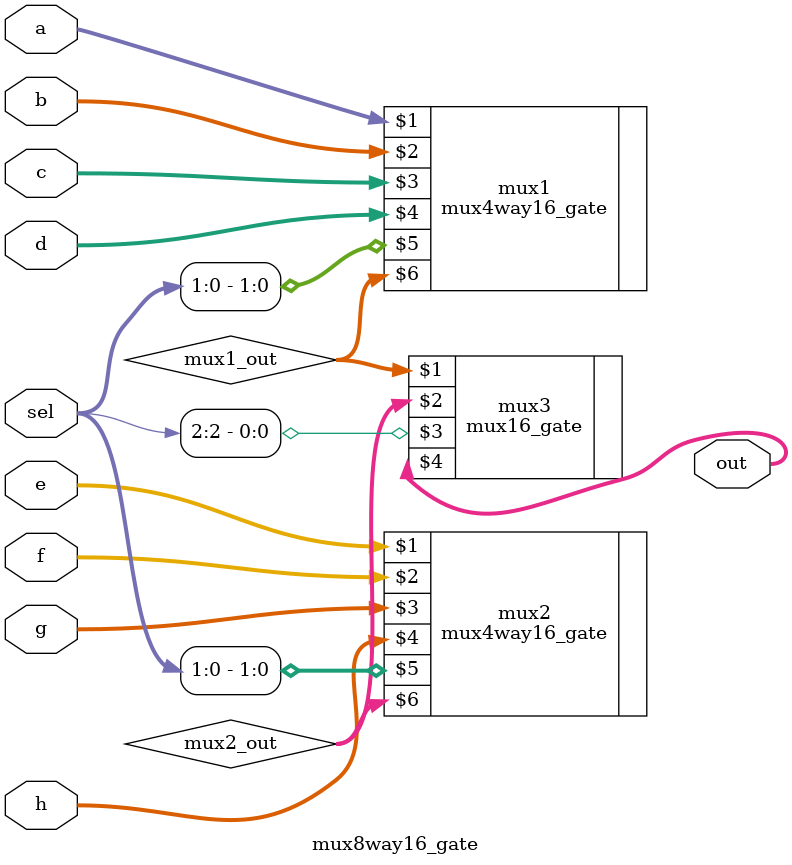
<source format=v>
module mux8way16_gate(a, b, c, d, e, f, g, h, sel, out);
    input [15:0] a, b, c, d, e, f, g, h;
    input [2:0] sel;
    output [15:0] out;
    
    wire [15:0] mux1_out, mux2_out;
    
    mux4way16_gate mux1(a, b, c, d, sel[1:0], mux1_out);
    mux4way16_gate mux2(e, f, g, h, sel[1:0], mux2_out);
    mux16_gate mux3(mux1_out, mux2_out, sel[2], out);
endmodule
</source>
